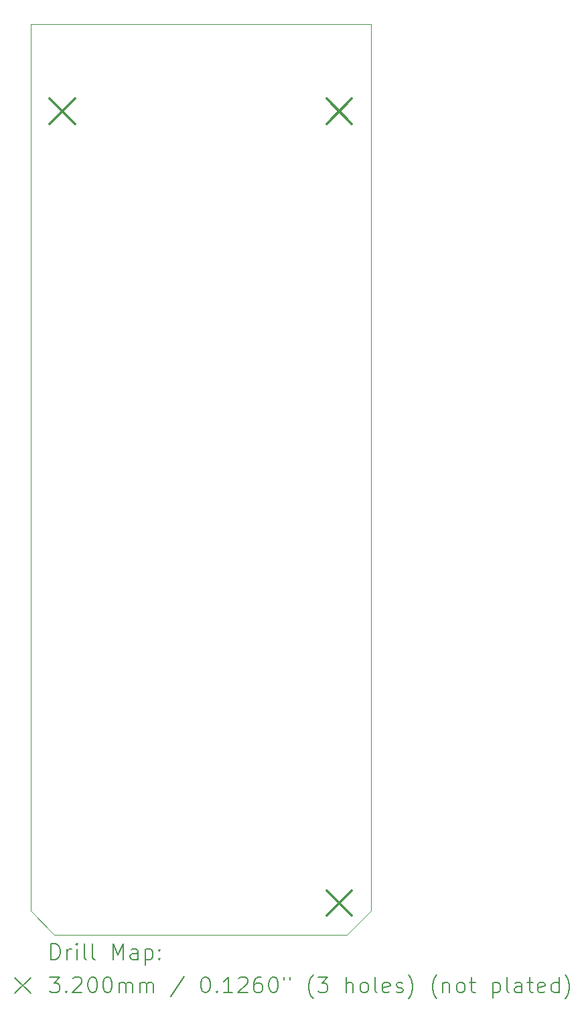
<source format=gbr>
%TF.GenerationSoftware,KiCad,Pcbnew,8.0.8-8.0.8-0~ubuntu24.04.1*%
%TF.CreationDate,2025-03-19T16:13:19+01:00*%
%TF.ProjectId,teaser,74656173-6572-42e6-9b69-6361645f7063,rev?*%
%TF.SameCoordinates,Original*%
%TF.FileFunction,Drillmap*%
%TF.FilePolarity,Positive*%
%FSLAX45Y45*%
G04 Gerber Fmt 4.5, Leading zero omitted, Abs format (unit mm)*
G04 Created by KiCad (PCBNEW 8.0.8-8.0.8-0~ubuntu24.04.1) date 2025-03-19 16:13:19*
%MOMM*%
%LPD*%
G01*
G04 APERTURE LIST*
%ADD10C,0.050000*%
%ADD11C,0.200000*%
%ADD12C,0.320000*%
G04 APERTURE END LIST*
D10*
X12100000Y-14750000D02*
X12100000Y-6450000D01*
X12400000Y-15850000D02*
X12100000Y-15550000D01*
X12100000Y-6450000D02*
X12100000Y-4350000D01*
X16100000Y-15850000D02*
X16400000Y-15550000D01*
X12100000Y-14750000D02*
X12100000Y-15550000D01*
X16400000Y-15550000D02*
X16400000Y-6950000D01*
X12400000Y-15850000D02*
X16100000Y-15850000D01*
X16400000Y-6950000D02*
X16400000Y-4350000D01*
X12100000Y-4350000D02*
X16400000Y-4350000D01*
D11*
D12*
X12340000Y-5290000D02*
X12660000Y-5610000D01*
X12660000Y-5290000D02*
X12340000Y-5610000D01*
X15840000Y-5290000D02*
X16160000Y-5610000D01*
X16160000Y-5290000D02*
X15840000Y-5610000D01*
X15840000Y-15290000D02*
X16160000Y-15610000D01*
X16160000Y-15290000D02*
X15840000Y-15610000D01*
D11*
X12358277Y-16163984D02*
X12358277Y-15963984D01*
X12358277Y-15963984D02*
X12405896Y-15963984D01*
X12405896Y-15963984D02*
X12434467Y-15973508D01*
X12434467Y-15973508D02*
X12453515Y-15992555D01*
X12453515Y-15992555D02*
X12463039Y-16011603D01*
X12463039Y-16011603D02*
X12472562Y-16049698D01*
X12472562Y-16049698D02*
X12472562Y-16078269D01*
X12472562Y-16078269D02*
X12463039Y-16116365D01*
X12463039Y-16116365D02*
X12453515Y-16135412D01*
X12453515Y-16135412D02*
X12434467Y-16154460D01*
X12434467Y-16154460D02*
X12405896Y-16163984D01*
X12405896Y-16163984D02*
X12358277Y-16163984D01*
X12558277Y-16163984D02*
X12558277Y-16030650D01*
X12558277Y-16068746D02*
X12567801Y-16049698D01*
X12567801Y-16049698D02*
X12577324Y-16040174D01*
X12577324Y-16040174D02*
X12596372Y-16030650D01*
X12596372Y-16030650D02*
X12615420Y-16030650D01*
X12682086Y-16163984D02*
X12682086Y-16030650D01*
X12682086Y-15963984D02*
X12672562Y-15973508D01*
X12672562Y-15973508D02*
X12682086Y-15983031D01*
X12682086Y-15983031D02*
X12691610Y-15973508D01*
X12691610Y-15973508D02*
X12682086Y-15963984D01*
X12682086Y-15963984D02*
X12682086Y-15983031D01*
X12805896Y-16163984D02*
X12786848Y-16154460D01*
X12786848Y-16154460D02*
X12777324Y-16135412D01*
X12777324Y-16135412D02*
X12777324Y-15963984D01*
X12910658Y-16163984D02*
X12891610Y-16154460D01*
X12891610Y-16154460D02*
X12882086Y-16135412D01*
X12882086Y-16135412D02*
X12882086Y-15963984D01*
X13139229Y-16163984D02*
X13139229Y-15963984D01*
X13139229Y-15963984D02*
X13205896Y-16106841D01*
X13205896Y-16106841D02*
X13272562Y-15963984D01*
X13272562Y-15963984D02*
X13272562Y-16163984D01*
X13453515Y-16163984D02*
X13453515Y-16059222D01*
X13453515Y-16059222D02*
X13443991Y-16040174D01*
X13443991Y-16040174D02*
X13424943Y-16030650D01*
X13424943Y-16030650D02*
X13386848Y-16030650D01*
X13386848Y-16030650D02*
X13367801Y-16040174D01*
X13453515Y-16154460D02*
X13434467Y-16163984D01*
X13434467Y-16163984D02*
X13386848Y-16163984D01*
X13386848Y-16163984D02*
X13367801Y-16154460D01*
X13367801Y-16154460D02*
X13358277Y-16135412D01*
X13358277Y-16135412D02*
X13358277Y-16116365D01*
X13358277Y-16116365D02*
X13367801Y-16097317D01*
X13367801Y-16097317D02*
X13386848Y-16087793D01*
X13386848Y-16087793D02*
X13434467Y-16087793D01*
X13434467Y-16087793D02*
X13453515Y-16078269D01*
X13548753Y-16030650D02*
X13548753Y-16230650D01*
X13548753Y-16040174D02*
X13567801Y-16030650D01*
X13567801Y-16030650D02*
X13605896Y-16030650D01*
X13605896Y-16030650D02*
X13624943Y-16040174D01*
X13624943Y-16040174D02*
X13634467Y-16049698D01*
X13634467Y-16049698D02*
X13643991Y-16068746D01*
X13643991Y-16068746D02*
X13643991Y-16125888D01*
X13643991Y-16125888D02*
X13634467Y-16144936D01*
X13634467Y-16144936D02*
X13624943Y-16154460D01*
X13624943Y-16154460D02*
X13605896Y-16163984D01*
X13605896Y-16163984D02*
X13567801Y-16163984D01*
X13567801Y-16163984D02*
X13548753Y-16154460D01*
X13729705Y-16144936D02*
X13739229Y-16154460D01*
X13739229Y-16154460D02*
X13729705Y-16163984D01*
X13729705Y-16163984D02*
X13720182Y-16154460D01*
X13720182Y-16154460D02*
X13729705Y-16144936D01*
X13729705Y-16144936D02*
X13729705Y-16163984D01*
X13729705Y-16040174D02*
X13739229Y-16049698D01*
X13739229Y-16049698D02*
X13729705Y-16059222D01*
X13729705Y-16059222D02*
X13720182Y-16049698D01*
X13720182Y-16049698D02*
X13729705Y-16040174D01*
X13729705Y-16040174D02*
X13729705Y-16059222D01*
X11897500Y-16392500D02*
X12097500Y-16592500D01*
X12097500Y-16392500D02*
X11897500Y-16592500D01*
X12339229Y-16383984D02*
X12463039Y-16383984D01*
X12463039Y-16383984D02*
X12396372Y-16460174D01*
X12396372Y-16460174D02*
X12424943Y-16460174D01*
X12424943Y-16460174D02*
X12443991Y-16469698D01*
X12443991Y-16469698D02*
X12453515Y-16479222D01*
X12453515Y-16479222D02*
X12463039Y-16498269D01*
X12463039Y-16498269D02*
X12463039Y-16545888D01*
X12463039Y-16545888D02*
X12453515Y-16564936D01*
X12453515Y-16564936D02*
X12443991Y-16574460D01*
X12443991Y-16574460D02*
X12424943Y-16583984D01*
X12424943Y-16583984D02*
X12367801Y-16583984D01*
X12367801Y-16583984D02*
X12348753Y-16574460D01*
X12348753Y-16574460D02*
X12339229Y-16564936D01*
X12548753Y-16564936D02*
X12558277Y-16574460D01*
X12558277Y-16574460D02*
X12548753Y-16583984D01*
X12548753Y-16583984D02*
X12539229Y-16574460D01*
X12539229Y-16574460D02*
X12548753Y-16564936D01*
X12548753Y-16564936D02*
X12548753Y-16583984D01*
X12634467Y-16403031D02*
X12643991Y-16393508D01*
X12643991Y-16393508D02*
X12663039Y-16383984D01*
X12663039Y-16383984D02*
X12710658Y-16383984D01*
X12710658Y-16383984D02*
X12729705Y-16393508D01*
X12729705Y-16393508D02*
X12739229Y-16403031D01*
X12739229Y-16403031D02*
X12748753Y-16422079D01*
X12748753Y-16422079D02*
X12748753Y-16441127D01*
X12748753Y-16441127D02*
X12739229Y-16469698D01*
X12739229Y-16469698D02*
X12624943Y-16583984D01*
X12624943Y-16583984D02*
X12748753Y-16583984D01*
X12872562Y-16383984D02*
X12891610Y-16383984D01*
X12891610Y-16383984D02*
X12910658Y-16393508D01*
X12910658Y-16393508D02*
X12920182Y-16403031D01*
X12920182Y-16403031D02*
X12929705Y-16422079D01*
X12929705Y-16422079D02*
X12939229Y-16460174D01*
X12939229Y-16460174D02*
X12939229Y-16507793D01*
X12939229Y-16507793D02*
X12929705Y-16545888D01*
X12929705Y-16545888D02*
X12920182Y-16564936D01*
X12920182Y-16564936D02*
X12910658Y-16574460D01*
X12910658Y-16574460D02*
X12891610Y-16583984D01*
X12891610Y-16583984D02*
X12872562Y-16583984D01*
X12872562Y-16583984D02*
X12853515Y-16574460D01*
X12853515Y-16574460D02*
X12843991Y-16564936D01*
X12843991Y-16564936D02*
X12834467Y-16545888D01*
X12834467Y-16545888D02*
X12824943Y-16507793D01*
X12824943Y-16507793D02*
X12824943Y-16460174D01*
X12824943Y-16460174D02*
X12834467Y-16422079D01*
X12834467Y-16422079D02*
X12843991Y-16403031D01*
X12843991Y-16403031D02*
X12853515Y-16393508D01*
X12853515Y-16393508D02*
X12872562Y-16383984D01*
X13063039Y-16383984D02*
X13082086Y-16383984D01*
X13082086Y-16383984D02*
X13101134Y-16393508D01*
X13101134Y-16393508D02*
X13110658Y-16403031D01*
X13110658Y-16403031D02*
X13120182Y-16422079D01*
X13120182Y-16422079D02*
X13129705Y-16460174D01*
X13129705Y-16460174D02*
X13129705Y-16507793D01*
X13129705Y-16507793D02*
X13120182Y-16545888D01*
X13120182Y-16545888D02*
X13110658Y-16564936D01*
X13110658Y-16564936D02*
X13101134Y-16574460D01*
X13101134Y-16574460D02*
X13082086Y-16583984D01*
X13082086Y-16583984D02*
X13063039Y-16583984D01*
X13063039Y-16583984D02*
X13043991Y-16574460D01*
X13043991Y-16574460D02*
X13034467Y-16564936D01*
X13034467Y-16564936D02*
X13024943Y-16545888D01*
X13024943Y-16545888D02*
X13015420Y-16507793D01*
X13015420Y-16507793D02*
X13015420Y-16460174D01*
X13015420Y-16460174D02*
X13024943Y-16422079D01*
X13024943Y-16422079D02*
X13034467Y-16403031D01*
X13034467Y-16403031D02*
X13043991Y-16393508D01*
X13043991Y-16393508D02*
X13063039Y-16383984D01*
X13215420Y-16583984D02*
X13215420Y-16450650D01*
X13215420Y-16469698D02*
X13224943Y-16460174D01*
X13224943Y-16460174D02*
X13243991Y-16450650D01*
X13243991Y-16450650D02*
X13272563Y-16450650D01*
X13272563Y-16450650D02*
X13291610Y-16460174D01*
X13291610Y-16460174D02*
X13301134Y-16479222D01*
X13301134Y-16479222D02*
X13301134Y-16583984D01*
X13301134Y-16479222D02*
X13310658Y-16460174D01*
X13310658Y-16460174D02*
X13329705Y-16450650D01*
X13329705Y-16450650D02*
X13358277Y-16450650D01*
X13358277Y-16450650D02*
X13377324Y-16460174D01*
X13377324Y-16460174D02*
X13386848Y-16479222D01*
X13386848Y-16479222D02*
X13386848Y-16583984D01*
X13482086Y-16583984D02*
X13482086Y-16450650D01*
X13482086Y-16469698D02*
X13491610Y-16460174D01*
X13491610Y-16460174D02*
X13510658Y-16450650D01*
X13510658Y-16450650D02*
X13539229Y-16450650D01*
X13539229Y-16450650D02*
X13558277Y-16460174D01*
X13558277Y-16460174D02*
X13567801Y-16479222D01*
X13567801Y-16479222D02*
X13567801Y-16583984D01*
X13567801Y-16479222D02*
X13577324Y-16460174D01*
X13577324Y-16460174D02*
X13596372Y-16450650D01*
X13596372Y-16450650D02*
X13624943Y-16450650D01*
X13624943Y-16450650D02*
X13643991Y-16460174D01*
X13643991Y-16460174D02*
X13653515Y-16479222D01*
X13653515Y-16479222D02*
X13653515Y-16583984D01*
X14043991Y-16374460D02*
X13872563Y-16631603D01*
X14301134Y-16383984D02*
X14320182Y-16383984D01*
X14320182Y-16383984D02*
X14339229Y-16393508D01*
X14339229Y-16393508D02*
X14348753Y-16403031D01*
X14348753Y-16403031D02*
X14358277Y-16422079D01*
X14358277Y-16422079D02*
X14367801Y-16460174D01*
X14367801Y-16460174D02*
X14367801Y-16507793D01*
X14367801Y-16507793D02*
X14358277Y-16545888D01*
X14358277Y-16545888D02*
X14348753Y-16564936D01*
X14348753Y-16564936D02*
X14339229Y-16574460D01*
X14339229Y-16574460D02*
X14320182Y-16583984D01*
X14320182Y-16583984D02*
X14301134Y-16583984D01*
X14301134Y-16583984D02*
X14282086Y-16574460D01*
X14282086Y-16574460D02*
X14272563Y-16564936D01*
X14272563Y-16564936D02*
X14263039Y-16545888D01*
X14263039Y-16545888D02*
X14253515Y-16507793D01*
X14253515Y-16507793D02*
X14253515Y-16460174D01*
X14253515Y-16460174D02*
X14263039Y-16422079D01*
X14263039Y-16422079D02*
X14272563Y-16403031D01*
X14272563Y-16403031D02*
X14282086Y-16393508D01*
X14282086Y-16393508D02*
X14301134Y-16383984D01*
X14453515Y-16564936D02*
X14463039Y-16574460D01*
X14463039Y-16574460D02*
X14453515Y-16583984D01*
X14453515Y-16583984D02*
X14443991Y-16574460D01*
X14443991Y-16574460D02*
X14453515Y-16564936D01*
X14453515Y-16564936D02*
X14453515Y-16583984D01*
X14653515Y-16583984D02*
X14539229Y-16583984D01*
X14596372Y-16583984D02*
X14596372Y-16383984D01*
X14596372Y-16383984D02*
X14577325Y-16412555D01*
X14577325Y-16412555D02*
X14558277Y-16431603D01*
X14558277Y-16431603D02*
X14539229Y-16441127D01*
X14729706Y-16403031D02*
X14739229Y-16393508D01*
X14739229Y-16393508D02*
X14758277Y-16383984D01*
X14758277Y-16383984D02*
X14805896Y-16383984D01*
X14805896Y-16383984D02*
X14824944Y-16393508D01*
X14824944Y-16393508D02*
X14834467Y-16403031D01*
X14834467Y-16403031D02*
X14843991Y-16422079D01*
X14843991Y-16422079D02*
X14843991Y-16441127D01*
X14843991Y-16441127D02*
X14834467Y-16469698D01*
X14834467Y-16469698D02*
X14720182Y-16583984D01*
X14720182Y-16583984D02*
X14843991Y-16583984D01*
X15015420Y-16383984D02*
X14977325Y-16383984D01*
X14977325Y-16383984D02*
X14958277Y-16393508D01*
X14958277Y-16393508D02*
X14948753Y-16403031D01*
X14948753Y-16403031D02*
X14929706Y-16431603D01*
X14929706Y-16431603D02*
X14920182Y-16469698D01*
X14920182Y-16469698D02*
X14920182Y-16545888D01*
X14920182Y-16545888D02*
X14929706Y-16564936D01*
X14929706Y-16564936D02*
X14939229Y-16574460D01*
X14939229Y-16574460D02*
X14958277Y-16583984D01*
X14958277Y-16583984D02*
X14996372Y-16583984D01*
X14996372Y-16583984D02*
X15015420Y-16574460D01*
X15015420Y-16574460D02*
X15024944Y-16564936D01*
X15024944Y-16564936D02*
X15034467Y-16545888D01*
X15034467Y-16545888D02*
X15034467Y-16498269D01*
X15034467Y-16498269D02*
X15024944Y-16479222D01*
X15024944Y-16479222D02*
X15015420Y-16469698D01*
X15015420Y-16469698D02*
X14996372Y-16460174D01*
X14996372Y-16460174D02*
X14958277Y-16460174D01*
X14958277Y-16460174D02*
X14939229Y-16469698D01*
X14939229Y-16469698D02*
X14929706Y-16479222D01*
X14929706Y-16479222D02*
X14920182Y-16498269D01*
X15158277Y-16383984D02*
X15177325Y-16383984D01*
X15177325Y-16383984D02*
X15196372Y-16393508D01*
X15196372Y-16393508D02*
X15205896Y-16403031D01*
X15205896Y-16403031D02*
X15215420Y-16422079D01*
X15215420Y-16422079D02*
X15224944Y-16460174D01*
X15224944Y-16460174D02*
X15224944Y-16507793D01*
X15224944Y-16507793D02*
X15215420Y-16545888D01*
X15215420Y-16545888D02*
X15205896Y-16564936D01*
X15205896Y-16564936D02*
X15196372Y-16574460D01*
X15196372Y-16574460D02*
X15177325Y-16583984D01*
X15177325Y-16583984D02*
X15158277Y-16583984D01*
X15158277Y-16583984D02*
X15139229Y-16574460D01*
X15139229Y-16574460D02*
X15129706Y-16564936D01*
X15129706Y-16564936D02*
X15120182Y-16545888D01*
X15120182Y-16545888D02*
X15110658Y-16507793D01*
X15110658Y-16507793D02*
X15110658Y-16460174D01*
X15110658Y-16460174D02*
X15120182Y-16422079D01*
X15120182Y-16422079D02*
X15129706Y-16403031D01*
X15129706Y-16403031D02*
X15139229Y-16393508D01*
X15139229Y-16393508D02*
X15158277Y-16383984D01*
X15301134Y-16383984D02*
X15301134Y-16422079D01*
X15377325Y-16383984D02*
X15377325Y-16422079D01*
X15672563Y-16660174D02*
X15663039Y-16650650D01*
X15663039Y-16650650D02*
X15643991Y-16622079D01*
X15643991Y-16622079D02*
X15634468Y-16603031D01*
X15634468Y-16603031D02*
X15624944Y-16574460D01*
X15624944Y-16574460D02*
X15615420Y-16526841D01*
X15615420Y-16526841D02*
X15615420Y-16488746D01*
X15615420Y-16488746D02*
X15624944Y-16441127D01*
X15624944Y-16441127D02*
X15634468Y-16412555D01*
X15634468Y-16412555D02*
X15643991Y-16393508D01*
X15643991Y-16393508D02*
X15663039Y-16364936D01*
X15663039Y-16364936D02*
X15672563Y-16355412D01*
X15729706Y-16383984D02*
X15853515Y-16383984D01*
X15853515Y-16383984D02*
X15786848Y-16460174D01*
X15786848Y-16460174D02*
X15815420Y-16460174D01*
X15815420Y-16460174D02*
X15834468Y-16469698D01*
X15834468Y-16469698D02*
X15843991Y-16479222D01*
X15843991Y-16479222D02*
X15853515Y-16498269D01*
X15853515Y-16498269D02*
X15853515Y-16545888D01*
X15853515Y-16545888D02*
X15843991Y-16564936D01*
X15843991Y-16564936D02*
X15834468Y-16574460D01*
X15834468Y-16574460D02*
X15815420Y-16583984D01*
X15815420Y-16583984D02*
X15758277Y-16583984D01*
X15758277Y-16583984D02*
X15739229Y-16574460D01*
X15739229Y-16574460D02*
X15729706Y-16564936D01*
X16091610Y-16583984D02*
X16091610Y-16383984D01*
X16177325Y-16583984D02*
X16177325Y-16479222D01*
X16177325Y-16479222D02*
X16167801Y-16460174D01*
X16167801Y-16460174D02*
X16148753Y-16450650D01*
X16148753Y-16450650D02*
X16120182Y-16450650D01*
X16120182Y-16450650D02*
X16101134Y-16460174D01*
X16101134Y-16460174D02*
X16091610Y-16469698D01*
X16301134Y-16583984D02*
X16282087Y-16574460D01*
X16282087Y-16574460D02*
X16272563Y-16564936D01*
X16272563Y-16564936D02*
X16263039Y-16545888D01*
X16263039Y-16545888D02*
X16263039Y-16488746D01*
X16263039Y-16488746D02*
X16272563Y-16469698D01*
X16272563Y-16469698D02*
X16282087Y-16460174D01*
X16282087Y-16460174D02*
X16301134Y-16450650D01*
X16301134Y-16450650D02*
X16329706Y-16450650D01*
X16329706Y-16450650D02*
X16348753Y-16460174D01*
X16348753Y-16460174D02*
X16358277Y-16469698D01*
X16358277Y-16469698D02*
X16367801Y-16488746D01*
X16367801Y-16488746D02*
X16367801Y-16545888D01*
X16367801Y-16545888D02*
X16358277Y-16564936D01*
X16358277Y-16564936D02*
X16348753Y-16574460D01*
X16348753Y-16574460D02*
X16329706Y-16583984D01*
X16329706Y-16583984D02*
X16301134Y-16583984D01*
X16482087Y-16583984D02*
X16463039Y-16574460D01*
X16463039Y-16574460D02*
X16453515Y-16555412D01*
X16453515Y-16555412D02*
X16453515Y-16383984D01*
X16634468Y-16574460D02*
X16615420Y-16583984D01*
X16615420Y-16583984D02*
X16577325Y-16583984D01*
X16577325Y-16583984D02*
X16558277Y-16574460D01*
X16558277Y-16574460D02*
X16548753Y-16555412D01*
X16548753Y-16555412D02*
X16548753Y-16479222D01*
X16548753Y-16479222D02*
X16558277Y-16460174D01*
X16558277Y-16460174D02*
X16577325Y-16450650D01*
X16577325Y-16450650D02*
X16615420Y-16450650D01*
X16615420Y-16450650D02*
X16634468Y-16460174D01*
X16634468Y-16460174D02*
X16643991Y-16479222D01*
X16643991Y-16479222D02*
X16643991Y-16498269D01*
X16643991Y-16498269D02*
X16548753Y-16517317D01*
X16720182Y-16574460D02*
X16739230Y-16583984D01*
X16739230Y-16583984D02*
X16777325Y-16583984D01*
X16777325Y-16583984D02*
X16796373Y-16574460D01*
X16796373Y-16574460D02*
X16805896Y-16555412D01*
X16805896Y-16555412D02*
X16805896Y-16545888D01*
X16805896Y-16545888D02*
X16796373Y-16526841D01*
X16796373Y-16526841D02*
X16777325Y-16517317D01*
X16777325Y-16517317D02*
X16748753Y-16517317D01*
X16748753Y-16517317D02*
X16729706Y-16507793D01*
X16729706Y-16507793D02*
X16720182Y-16488746D01*
X16720182Y-16488746D02*
X16720182Y-16479222D01*
X16720182Y-16479222D02*
X16729706Y-16460174D01*
X16729706Y-16460174D02*
X16748753Y-16450650D01*
X16748753Y-16450650D02*
X16777325Y-16450650D01*
X16777325Y-16450650D02*
X16796373Y-16460174D01*
X16872563Y-16660174D02*
X16882087Y-16650650D01*
X16882087Y-16650650D02*
X16901134Y-16622079D01*
X16901134Y-16622079D02*
X16910658Y-16603031D01*
X16910658Y-16603031D02*
X16920182Y-16574460D01*
X16920182Y-16574460D02*
X16929706Y-16526841D01*
X16929706Y-16526841D02*
X16929706Y-16488746D01*
X16929706Y-16488746D02*
X16920182Y-16441127D01*
X16920182Y-16441127D02*
X16910658Y-16412555D01*
X16910658Y-16412555D02*
X16901134Y-16393508D01*
X16901134Y-16393508D02*
X16882087Y-16364936D01*
X16882087Y-16364936D02*
X16872563Y-16355412D01*
X17234468Y-16660174D02*
X17224944Y-16650650D01*
X17224944Y-16650650D02*
X17205896Y-16622079D01*
X17205896Y-16622079D02*
X17196373Y-16603031D01*
X17196373Y-16603031D02*
X17186849Y-16574460D01*
X17186849Y-16574460D02*
X17177325Y-16526841D01*
X17177325Y-16526841D02*
X17177325Y-16488746D01*
X17177325Y-16488746D02*
X17186849Y-16441127D01*
X17186849Y-16441127D02*
X17196373Y-16412555D01*
X17196373Y-16412555D02*
X17205896Y-16393508D01*
X17205896Y-16393508D02*
X17224944Y-16364936D01*
X17224944Y-16364936D02*
X17234468Y-16355412D01*
X17310658Y-16450650D02*
X17310658Y-16583984D01*
X17310658Y-16469698D02*
X17320182Y-16460174D01*
X17320182Y-16460174D02*
X17339230Y-16450650D01*
X17339230Y-16450650D02*
X17367801Y-16450650D01*
X17367801Y-16450650D02*
X17386849Y-16460174D01*
X17386849Y-16460174D02*
X17396373Y-16479222D01*
X17396373Y-16479222D02*
X17396373Y-16583984D01*
X17520182Y-16583984D02*
X17501134Y-16574460D01*
X17501134Y-16574460D02*
X17491611Y-16564936D01*
X17491611Y-16564936D02*
X17482087Y-16545888D01*
X17482087Y-16545888D02*
X17482087Y-16488746D01*
X17482087Y-16488746D02*
X17491611Y-16469698D01*
X17491611Y-16469698D02*
X17501134Y-16460174D01*
X17501134Y-16460174D02*
X17520182Y-16450650D01*
X17520182Y-16450650D02*
X17548754Y-16450650D01*
X17548754Y-16450650D02*
X17567801Y-16460174D01*
X17567801Y-16460174D02*
X17577325Y-16469698D01*
X17577325Y-16469698D02*
X17586849Y-16488746D01*
X17586849Y-16488746D02*
X17586849Y-16545888D01*
X17586849Y-16545888D02*
X17577325Y-16564936D01*
X17577325Y-16564936D02*
X17567801Y-16574460D01*
X17567801Y-16574460D02*
X17548754Y-16583984D01*
X17548754Y-16583984D02*
X17520182Y-16583984D01*
X17643992Y-16450650D02*
X17720182Y-16450650D01*
X17672563Y-16383984D02*
X17672563Y-16555412D01*
X17672563Y-16555412D02*
X17682087Y-16574460D01*
X17682087Y-16574460D02*
X17701134Y-16583984D01*
X17701134Y-16583984D02*
X17720182Y-16583984D01*
X17939230Y-16450650D02*
X17939230Y-16650650D01*
X17939230Y-16460174D02*
X17958277Y-16450650D01*
X17958277Y-16450650D02*
X17996373Y-16450650D01*
X17996373Y-16450650D02*
X18015420Y-16460174D01*
X18015420Y-16460174D02*
X18024944Y-16469698D01*
X18024944Y-16469698D02*
X18034468Y-16488746D01*
X18034468Y-16488746D02*
X18034468Y-16545888D01*
X18034468Y-16545888D02*
X18024944Y-16564936D01*
X18024944Y-16564936D02*
X18015420Y-16574460D01*
X18015420Y-16574460D02*
X17996373Y-16583984D01*
X17996373Y-16583984D02*
X17958277Y-16583984D01*
X17958277Y-16583984D02*
X17939230Y-16574460D01*
X18148754Y-16583984D02*
X18129706Y-16574460D01*
X18129706Y-16574460D02*
X18120182Y-16555412D01*
X18120182Y-16555412D02*
X18120182Y-16383984D01*
X18310658Y-16583984D02*
X18310658Y-16479222D01*
X18310658Y-16479222D02*
X18301135Y-16460174D01*
X18301135Y-16460174D02*
X18282087Y-16450650D01*
X18282087Y-16450650D02*
X18243992Y-16450650D01*
X18243992Y-16450650D02*
X18224944Y-16460174D01*
X18310658Y-16574460D02*
X18291611Y-16583984D01*
X18291611Y-16583984D02*
X18243992Y-16583984D01*
X18243992Y-16583984D02*
X18224944Y-16574460D01*
X18224944Y-16574460D02*
X18215420Y-16555412D01*
X18215420Y-16555412D02*
X18215420Y-16536365D01*
X18215420Y-16536365D02*
X18224944Y-16517317D01*
X18224944Y-16517317D02*
X18243992Y-16507793D01*
X18243992Y-16507793D02*
X18291611Y-16507793D01*
X18291611Y-16507793D02*
X18310658Y-16498269D01*
X18377325Y-16450650D02*
X18453515Y-16450650D01*
X18405896Y-16383984D02*
X18405896Y-16555412D01*
X18405896Y-16555412D02*
X18415420Y-16574460D01*
X18415420Y-16574460D02*
X18434468Y-16583984D01*
X18434468Y-16583984D02*
X18453515Y-16583984D01*
X18596373Y-16574460D02*
X18577325Y-16583984D01*
X18577325Y-16583984D02*
X18539230Y-16583984D01*
X18539230Y-16583984D02*
X18520182Y-16574460D01*
X18520182Y-16574460D02*
X18510658Y-16555412D01*
X18510658Y-16555412D02*
X18510658Y-16479222D01*
X18510658Y-16479222D02*
X18520182Y-16460174D01*
X18520182Y-16460174D02*
X18539230Y-16450650D01*
X18539230Y-16450650D02*
X18577325Y-16450650D01*
X18577325Y-16450650D02*
X18596373Y-16460174D01*
X18596373Y-16460174D02*
X18605896Y-16479222D01*
X18605896Y-16479222D02*
X18605896Y-16498269D01*
X18605896Y-16498269D02*
X18510658Y-16517317D01*
X18777325Y-16583984D02*
X18777325Y-16383984D01*
X18777325Y-16574460D02*
X18758277Y-16583984D01*
X18758277Y-16583984D02*
X18720182Y-16583984D01*
X18720182Y-16583984D02*
X18701135Y-16574460D01*
X18701135Y-16574460D02*
X18691611Y-16564936D01*
X18691611Y-16564936D02*
X18682087Y-16545888D01*
X18682087Y-16545888D02*
X18682087Y-16488746D01*
X18682087Y-16488746D02*
X18691611Y-16469698D01*
X18691611Y-16469698D02*
X18701135Y-16460174D01*
X18701135Y-16460174D02*
X18720182Y-16450650D01*
X18720182Y-16450650D02*
X18758277Y-16450650D01*
X18758277Y-16450650D02*
X18777325Y-16460174D01*
X18853516Y-16660174D02*
X18863039Y-16650650D01*
X18863039Y-16650650D02*
X18882087Y-16622079D01*
X18882087Y-16622079D02*
X18891611Y-16603031D01*
X18891611Y-16603031D02*
X18901135Y-16574460D01*
X18901135Y-16574460D02*
X18910658Y-16526841D01*
X18910658Y-16526841D02*
X18910658Y-16488746D01*
X18910658Y-16488746D02*
X18901135Y-16441127D01*
X18901135Y-16441127D02*
X18891611Y-16412555D01*
X18891611Y-16412555D02*
X18882087Y-16393508D01*
X18882087Y-16393508D02*
X18863039Y-16364936D01*
X18863039Y-16364936D02*
X18853516Y-16355412D01*
M02*

</source>
